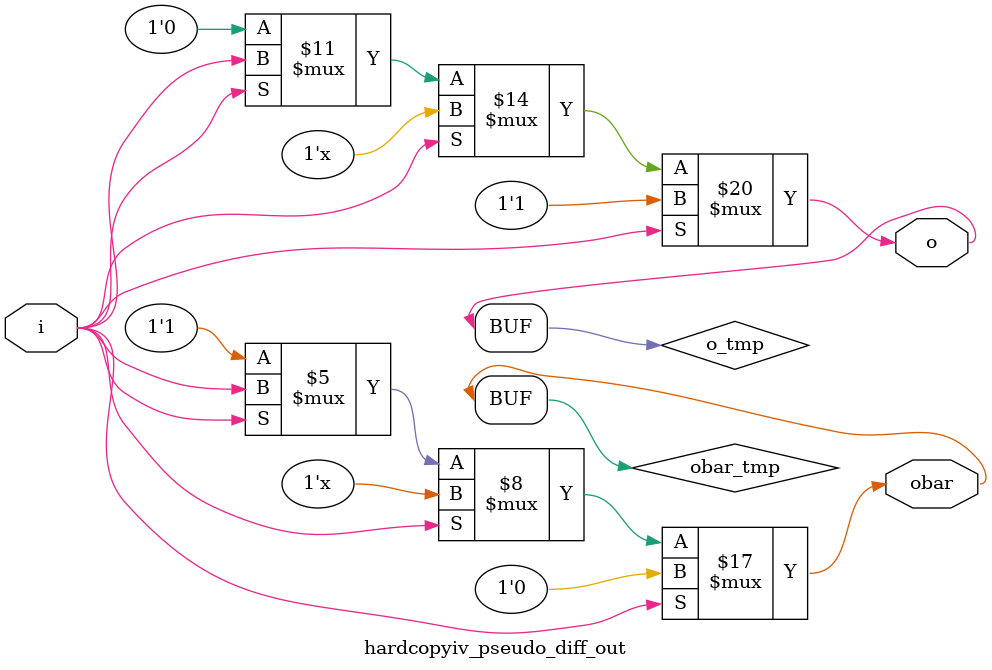
<source format=v>
module hardcopyiv_pseudo_diff_out(
                             i,
                             o,
                             obar
                             );
parameter lpm_type = "hardcopyiv_pseudo_diff_out";
input i;
output o;
output obar;
reg o_tmp;
reg obar_tmp;
assign o = o_tmp;
assign obar = obar_tmp;
always@(i)
    begin
        if( i == 1'b1)
            begin
                o_tmp = 1'b1;
                obar_tmp = 1'b0;
            end
        else if( i == 1'b0)
            begin
                o_tmp = 1'b0;
                obar_tmp = 1'b1;
            end
        else
            begin
                o_tmp = i;
                obar_tmp = i;
            end
    end
endmodule
</source>
